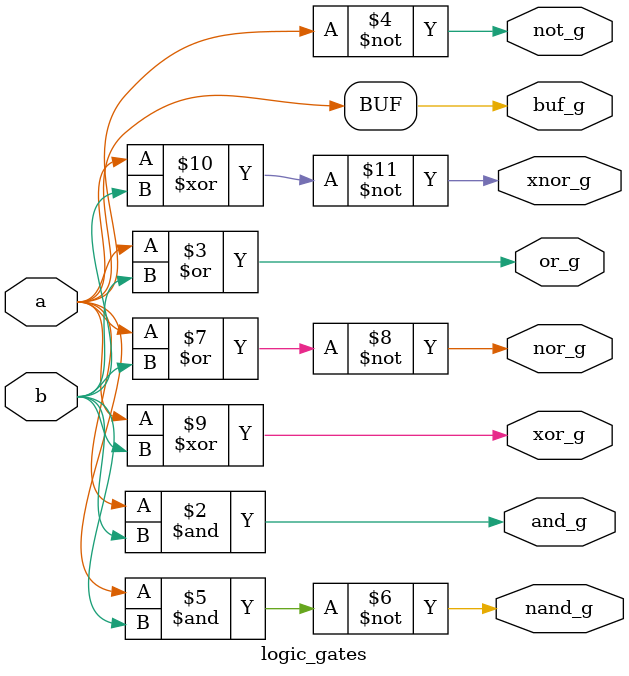
<source format=v>
`timescale 1ns / 1ps

module logic_gates(
    input a, b,
    output reg and_g,
    output reg or_g,
    output reg not_g,
    output reg buf_g,
    output reg nand_g,
    output reg nor_g,
    output reg xor_g,
    output reg xnor_g
    );
    
always @ (a,b) begin
    and_g=(a & b);
    or_g=a | b;
    not_g= ~a;
    buf_g= a;
    nand_g=~(a&b);
    nor_g=~(a | b);
    xor_g=(a ^ b);
    xnor_g=~(a ^ b);
end
endmodule

</source>
